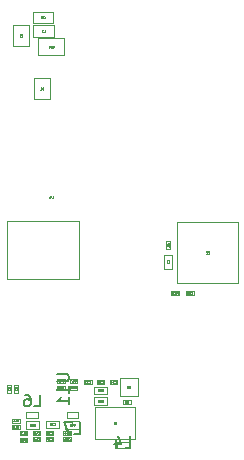
<source format=gbr>
G04 #@! TF.GenerationSoftware,KiCad,Pcbnew,(5.1.5)-3*
G04 #@! TF.CreationDate,2020-06-25T20:31:32-07:00*
G04 #@! TF.ProjectId,Miniscope-v4-Rigid-Flex,4d696e69-7363-46f7-9065-2d76342d5269,rev?*
G04 #@! TF.SameCoordinates,Original*
G04 #@! TF.FileFunction,Other,Fab,Bot*
%FSLAX46Y46*%
G04 Gerber Fmt 4.6, Leading zero omitted, Abs format (unit mm)*
G04 Created by KiCad (PCBNEW (5.1.5)-3) date 2020-06-25 20:31:32*
%MOMM*%
%LPD*%
G04 APERTURE LIST*
%ADD10C,0.120000*%
%ADD11C,0.100000*%
%ADD12C,0.025400*%
%ADD13C,0.150000*%
G04 APERTURE END LIST*
D10*
X114611200Y-117208000D02*
X115251200Y-117208000D01*
X114611200Y-116868000D02*
X114611200Y-117208000D01*
X115251200Y-116868000D02*
X114611200Y-116868000D01*
X115251200Y-117208000D02*
X115251200Y-116868000D01*
X116495800Y-116868000D02*
X115855800Y-116868000D01*
X116495800Y-117208000D02*
X116495800Y-116868000D01*
X115855800Y-117208000D02*
X116495800Y-117208000D01*
X115855800Y-116868000D02*
X115855800Y-117208000D01*
X101767800Y-128239200D02*
X101127800Y-128239200D01*
X101767800Y-128579200D02*
X101767800Y-128239200D01*
X101127800Y-128579200D02*
X101767800Y-128579200D01*
X101127800Y-128239200D02*
X101127800Y-128579200D01*
X102428200Y-128747200D02*
X101788200Y-128747200D01*
X102428200Y-129087200D02*
X102428200Y-128747200D01*
X101788200Y-129087200D02*
X102428200Y-129087200D01*
X101788200Y-128747200D02*
X101788200Y-129087200D01*
X101127800Y-128020400D02*
X101767800Y-128020400D01*
X101127800Y-127680400D02*
X101127800Y-128020400D01*
X101767800Y-127680400D02*
X101127800Y-127680400D01*
X101767800Y-128020400D02*
X101767800Y-127680400D01*
X111161800Y-126139000D02*
X110521800Y-126139000D01*
X111161800Y-126479000D02*
X111161800Y-126139000D01*
X110521800Y-126479000D02*
X111161800Y-126479000D01*
X110521800Y-126139000D02*
X110521800Y-126479000D01*
X107223800Y-124743800D02*
X107863800Y-124743800D01*
X107223800Y-124403800D02*
X107223800Y-124743800D01*
X107863800Y-124403800D02*
X107223800Y-124403800D01*
X107863800Y-124743800D02*
X107863800Y-124403800D01*
X108155200Y-129411600D02*
X111555200Y-129411600D01*
X108155200Y-126711600D02*
X108155200Y-129411600D01*
X111555200Y-126711600D02*
X108155200Y-126711600D01*
X111555200Y-129411600D02*
X111555200Y-126711600D01*
D11*
X106748400Y-127117800D02*
X105748400Y-127117800D01*
X106748400Y-127617800D02*
X106748400Y-127117800D01*
X105748400Y-127617800D02*
X106748400Y-127617800D01*
X105748400Y-127117800D02*
X105748400Y-127617800D01*
X102319400Y-127617800D02*
X103319400Y-127617800D01*
X102319400Y-127117800D02*
X102319400Y-127617800D01*
X103319400Y-127117800D02*
X102319400Y-127117800D01*
X103319400Y-127617800D02*
X103319400Y-127117800D01*
D10*
X110243600Y-125785600D02*
X111803600Y-125785600D01*
X110243600Y-124225600D02*
X110243600Y-125785600D01*
X111803600Y-124225600D02*
X110243600Y-124225600D01*
X111803600Y-125785600D02*
X111803600Y-124225600D01*
X106004600Y-125226400D02*
X106644600Y-125226400D01*
X106004600Y-124886400D02*
X106004600Y-125226400D01*
X106644600Y-124886400D02*
X106004600Y-124886400D01*
X106644600Y-125226400D02*
X106644600Y-124886400D01*
X106111200Y-129280600D02*
X105471200Y-129280600D01*
X106111200Y-129620600D02*
X106111200Y-129280600D01*
X105471200Y-129620600D02*
X106111200Y-129620600D01*
X105471200Y-129280600D02*
X105471200Y-129620600D01*
X105577800Y-124302200D02*
X104937800Y-124302200D01*
X105577800Y-124642200D02*
X105577800Y-124302200D01*
X104937800Y-124642200D02*
X105577800Y-124642200D01*
X104937800Y-124302200D02*
X104937800Y-124642200D01*
D11*
X111015600Y-129640400D02*
X110015600Y-129640400D01*
X111015600Y-130140400D02*
X111015600Y-129640400D01*
X110015600Y-130140400D02*
X111015600Y-130140400D01*
X110015600Y-129640400D02*
X110015600Y-130140400D01*
D10*
X105577800Y-124886400D02*
X104937800Y-124886400D01*
X105577800Y-125226400D02*
X105577800Y-124886400D01*
X104937800Y-125226400D02*
X105577800Y-125226400D01*
X104937800Y-124886400D02*
X104937800Y-125226400D01*
X106004600Y-124642200D02*
X106644600Y-124642200D01*
X106004600Y-124302200D02*
X106004600Y-124642200D01*
X106644600Y-124302200D02*
X106004600Y-124302200D01*
X106644600Y-124642200D02*
X106644600Y-124302200D01*
X101664600Y-124846000D02*
X101324600Y-124846000D01*
X101324600Y-124846000D02*
X101324600Y-125486000D01*
X101324600Y-125486000D02*
X101664600Y-125486000D01*
X101664600Y-125486000D02*
X101664600Y-124846000D01*
X101080400Y-124846000D02*
X100740400Y-124846000D01*
X100740400Y-124846000D02*
X100740400Y-125486000D01*
X100740400Y-125486000D02*
X101080400Y-125486000D01*
X101080400Y-125486000D02*
X101080400Y-124846000D01*
X114542400Y-113310000D02*
X114542400Y-112670000D01*
X114202400Y-113310000D02*
X114542400Y-113310000D01*
X114202400Y-112670000D02*
X114202400Y-113310000D01*
X114542400Y-112670000D02*
X114202400Y-112670000D01*
X114687400Y-114995200D02*
X114687400Y-113835200D01*
X114027400Y-114995200D02*
X114687400Y-114995200D01*
X114027400Y-113835200D02*
X114027400Y-114995200D01*
X114687400Y-113835200D02*
X114027400Y-113835200D01*
X100664400Y-110960800D02*
X100664400Y-115900800D01*
X100664400Y-115900800D02*
X106804400Y-115900800D01*
X106804400Y-115900800D02*
X106804400Y-110960800D01*
X106804400Y-110960800D02*
X100664400Y-110960800D01*
X115104800Y-116207800D02*
X120264800Y-116207800D01*
X120264800Y-116207800D02*
X120264800Y-111047800D01*
X120264800Y-111047800D02*
X115104800Y-111047800D01*
X115104800Y-111047800D02*
X115104800Y-116207800D01*
X102290200Y-128536000D02*
X103450200Y-128536000D01*
X102290200Y-127876000D02*
X102290200Y-128536000D01*
X103450200Y-127876000D02*
X102290200Y-127876000D01*
X103450200Y-128536000D02*
X103450200Y-127876000D01*
X104612600Y-128721800D02*
X103972600Y-128721800D01*
X104612600Y-129061800D02*
X104612600Y-128721800D01*
X103972600Y-129061800D02*
X104612600Y-129061800D01*
X103972600Y-128721800D02*
X103972600Y-129061800D01*
X104612600Y-129280600D02*
X103972600Y-129280600D01*
X104612600Y-129620600D02*
X104612600Y-129280600D01*
X103972600Y-129620600D02*
X104612600Y-129620600D01*
X103972600Y-129280600D02*
X103972600Y-129620600D01*
X102880400Y-129087200D02*
X103520400Y-129087200D01*
X102880400Y-128747200D02*
X102880400Y-129087200D01*
X103520400Y-128747200D02*
X102880400Y-128747200D01*
X103520400Y-129087200D02*
X103520400Y-128747200D01*
X102880400Y-129620600D02*
X103520400Y-129620600D01*
X102880400Y-129280600D02*
X102880400Y-129620600D01*
X103520400Y-129280600D02*
X102880400Y-129280600D01*
X103520400Y-129620600D02*
X103520400Y-129280600D01*
X108030600Y-126504000D02*
X109190600Y-126504000D01*
X108030600Y-125844000D02*
X108030600Y-126504000D01*
X109190600Y-125844000D02*
X108030600Y-125844000D01*
X109190600Y-126504000D02*
X109190600Y-125844000D01*
X108030600Y-125640400D02*
X109190600Y-125640400D01*
X108030600Y-124980400D02*
X108030600Y-125640400D01*
X109190600Y-124980400D02*
X108030600Y-124980400D01*
X109190600Y-125640400D02*
X109190600Y-124980400D01*
X106803000Y-127876000D02*
X105643000Y-127876000D01*
X106803000Y-128536000D02*
X106803000Y-127876000D01*
X105643000Y-128536000D02*
X106803000Y-128536000D01*
X105643000Y-127876000D02*
X105643000Y-128536000D01*
X108316000Y-124743800D02*
X108956000Y-124743800D01*
X108316000Y-124403800D02*
X108316000Y-124743800D01*
X108956000Y-124403800D02*
X108316000Y-124403800D01*
X108956000Y-124743800D02*
X108956000Y-124403800D01*
X105126600Y-127850600D02*
X103966600Y-127850600D01*
X105126600Y-128510600D02*
X105126600Y-127850600D01*
X103966600Y-128510600D02*
X105126600Y-128510600D01*
X103966600Y-127850600D02*
X103966600Y-128510600D01*
X106111200Y-128747200D02*
X105471200Y-128747200D01*
X106111200Y-129087200D02*
X106111200Y-128747200D01*
X105471200Y-129087200D02*
X106111200Y-129087200D01*
X105471200Y-128747200D02*
X105471200Y-129087200D01*
X109382800Y-124743800D02*
X110022800Y-124743800D01*
X109382800Y-124403800D02*
X109382800Y-124743800D01*
X110022800Y-124403800D02*
X109382800Y-124403800D01*
X110022800Y-124743800D02*
X110022800Y-124403800D01*
X101788200Y-129646000D02*
X102428200Y-129646000D01*
X101788200Y-129306000D02*
X101788200Y-129646000D01*
X102428200Y-129306000D02*
X101788200Y-129306000D01*
X102428200Y-129646000D02*
X102428200Y-129306000D01*
X105528200Y-95500600D02*
X103368200Y-95500600D01*
X105528200Y-96900600D02*
X105528200Y-95500600D01*
X103368200Y-96900600D02*
X105528200Y-96900600D01*
X103368200Y-95500600D02*
X103368200Y-96900600D01*
X102880600Y-95354400D02*
X104680600Y-95354400D01*
X102880600Y-94354400D02*
X102880600Y-95354400D01*
X104680600Y-94354400D02*
X102880600Y-94354400D01*
X104680600Y-95354400D02*
X104680600Y-94354400D01*
X104635200Y-93231400D02*
X102875200Y-93231400D01*
X104635200Y-94191400D02*
X104635200Y-93231400D01*
X102875200Y-94191400D02*
X104635200Y-94191400D01*
X102875200Y-93231400D02*
X102875200Y-94191400D01*
X102581000Y-96160800D02*
X102581000Y-94360800D01*
X101221000Y-96160800D02*
X102581000Y-96160800D01*
X101221000Y-94360800D02*
X101221000Y-96160800D01*
X102581000Y-94360800D02*
X101221000Y-94360800D01*
X104340000Y-98860000D02*
X102960000Y-98860000D01*
X104340000Y-100640000D02*
X104340000Y-98860000D01*
X102960000Y-100640000D02*
X104340000Y-100640000D01*
X102960000Y-98860000D02*
X102960000Y-100640000D01*
D12*
X115045500Y-117118433D02*
X115104766Y-117033766D01*
X115147100Y-117118433D02*
X115147100Y-116940633D01*
X115079366Y-116940633D01*
X115062433Y-116949100D01*
X115053966Y-116957566D01*
X115045500Y-116974500D01*
X115045500Y-116999900D01*
X115053966Y-117016833D01*
X115062433Y-117025300D01*
X115079366Y-117033766D01*
X115147100Y-117033766D01*
X114876166Y-117118433D02*
X114977766Y-117118433D01*
X114926966Y-117118433D02*
X114926966Y-116940633D01*
X114943900Y-116966033D01*
X114960833Y-116982966D01*
X114977766Y-116991433D01*
X114816900Y-116940633D02*
X114706833Y-116940633D01*
X114766100Y-117008366D01*
X114740700Y-117008366D01*
X114723766Y-117016833D01*
X114715300Y-117025300D01*
X114706833Y-117042233D01*
X114706833Y-117084566D01*
X114715300Y-117101500D01*
X114723766Y-117109966D01*
X114740700Y-117118433D01*
X114791500Y-117118433D01*
X114808433Y-117109966D01*
X114816900Y-117101500D01*
X116290100Y-117101500D02*
X116298566Y-117109966D01*
X116323966Y-117118433D01*
X116340900Y-117118433D01*
X116366300Y-117109966D01*
X116383233Y-117093033D01*
X116391700Y-117076100D01*
X116400166Y-117042233D01*
X116400166Y-117016833D01*
X116391700Y-116982966D01*
X116383233Y-116966033D01*
X116366300Y-116949100D01*
X116340900Y-116940633D01*
X116323966Y-116940633D01*
X116298566Y-116949100D01*
X116290100Y-116957566D01*
X116129233Y-116940633D02*
X116213900Y-116940633D01*
X116222366Y-117025300D01*
X116213900Y-117016833D01*
X116196966Y-117008366D01*
X116154633Y-117008366D01*
X116137700Y-117016833D01*
X116129233Y-117025300D01*
X116120766Y-117042233D01*
X116120766Y-117084566D01*
X116129233Y-117101500D01*
X116137700Y-117109966D01*
X116154633Y-117118433D01*
X116196966Y-117118433D01*
X116213900Y-117109966D01*
X116222366Y-117101500D01*
X115959900Y-116940633D02*
X116044566Y-116940633D01*
X116053033Y-117025300D01*
X116044566Y-117016833D01*
X116027633Y-117008366D01*
X115985300Y-117008366D01*
X115968366Y-117016833D01*
X115959900Y-117025300D01*
X115951433Y-117042233D01*
X115951433Y-117084566D01*
X115959900Y-117101500D01*
X115968366Y-117109966D01*
X115985300Y-117118433D01*
X116027633Y-117118433D01*
X116044566Y-117109966D01*
X116053033Y-117101500D01*
X101562100Y-128489633D02*
X101621366Y-128404966D01*
X101663700Y-128489633D02*
X101663700Y-128311833D01*
X101595966Y-128311833D01*
X101579033Y-128320300D01*
X101570566Y-128328766D01*
X101562100Y-128345700D01*
X101562100Y-128371100D01*
X101570566Y-128388033D01*
X101579033Y-128396500D01*
X101595966Y-128404966D01*
X101663700Y-128404966D01*
X101392766Y-128489633D02*
X101494366Y-128489633D01*
X101443566Y-128489633D02*
X101443566Y-128311833D01*
X101460500Y-128337233D01*
X101477433Y-128354166D01*
X101494366Y-128362633D01*
X101282700Y-128311833D02*
X101265766Y-128311833D01*
X101248833Y-128320300D01*
X101240366Y-128328766D01*
X101231900Y-128345700D01*
X101223433Y-128379566D01*
X101223433Y-128421900D01*
X101231900Y-128455766D01*
X101240366Y-128472700D01*
X101248833Y-128481166D01*
X101265766Y-128489633D01*
X101282700Y-128489633D01*
X101299633Y-128481166D01*
X101308100Y-128472700D01*
X101316566Y-128455766D01*
X101325033Y-128421900D01*
X101325033Y-128379566D01*
X101316566Y-128345700D01*
X101308100Y-128328766D01*
X101299633Y-128320300D01*
X101282700Y-128311833D01*
X102222500Y-128997633D02*
X102281766Y-128912966D01*
X102324100Y-128997633D02*
X102324100Y-128819833D01*
X102256366Y-128819833D01*
X102239433Y-128828300D01*
X102230966Y-128836766D01*
X102222500Y-128853700D01*
X102222500Y-128879100D01*
X102230966Y-128896033D01*
X102239433Y-128904500D01*
X102256366Y-128912966D01*
X102324100Y-128912966D01*
X102053166Y-128997633D02*
X102154766Y-128997633D01*
X102103966Y-128997633D02*
X102103966Y-128819833D01*
X102120900Y-128845233D01*
X102137833Y-128862166D01*
X102154766Y-128870633D01*
X101985433Y-128836766D02*
X101976966Y-128828300D01*
X101960033Y-128819833D01*
X101917700Y-128819833D01*
X101900766Y-128828300D01*
X101892300Y-128836766D01*
X101883833Y-128853700D01*
X101883833Y-128870633D01*
X101892300Y-128896033D01*
X101993900Y-128997633D01*
X101883833Y-128997633D01*
X101562100Y-127930833D02*
X101621366Y-127846166D01*
X101663700Y-127930833D02*
X101663700Y-127753033D01*
X101595966Y-127753033D01*
X101579033Y-127761500D01*
X101570566Y-127769966D01*
X101562100Y-127786900D01*
X101562100Y-127812300D01*
X101570566Y-127829233D01*
X101579033Y-127837700D01*
X101595966Y-127846166D01*
X101663700Y-127846166D01*
X101392766Y-127930833D02*
X101494366Y-127930833D01*
X101443566Y-127930833D02*
X101443566Y-127753033D01*
X101460500Y-127778433D01*
X101477433Y-127795366D01*
X101494366Y-127803833D01*
X101223433Y-127930833D02*
X101325033Y-127930833D01*
X101274233Y-127930833D02*
X101274233Y-127753033D01*
X101291166Y-127778433D01*
X101308100Y-127795366D01*
X101325033Y-127803833D01*
X110871433Y-126389433D02*
X110930700Y-126304766D01*
X110973033Y-126389433D02*
X110973033Y-126211633D01*
X110905300Y-126211633D01*
X110888366Y-126220100D01*
X110879900Y-126228566D01*
X110871433Y-126245500D01*
X110871433Y-126270900D01*
X110879900Y-126287833D01*
X110888366Y-126296300D01*
X110905300Y-126304766D01*
X110973033Y-126304766D01*
X110769833Y-126287833D02*
X110786766Y-126279366D01*
X110795233Y-126270900D01*
X110803700Y-126253966D01*
X110803700Y-126245500D01*
X110795233Y-126228566D01*
X110786766Y-126220100D01*
X110769833Y-126211633D01*
X110735966Y-126211633D01*
X110719033Y-126220100D01*
X110710566Y-126228566D01*
X110702100Y-126245500D01*
X110702100Y-126253966D01*
X110710566Y-126270900D01*
X110719033Y-126279366D01*
X110735966Y-126287833D01*
X110769833Y-126287833D01*
X110786766Y-126296300D01*
X110795233Y-126304766D01*
X110803700Y-126321700D01*
X110803700Y-126355566D01*
X110795233Y-126372500D01*
X110786766Y-126380966D01*
X110769833Y-126389433D01*
X110735966Y-126389433D01*
X110719033Y-126380966D01*
X110710566Y-126372500D01*
X110702100Y-126355566D01*
X110702100Y-126321700D01*
X110710566Y-126304766D01*
X110719033Y-126296300D01*
X110735966Y-126287833D01*
X107658100Y-124637300D02*
X107666566Y-124645766D01*
X107691966Y-124654233D01*
X107708900Y-124654233D01*
X107734300Y-124645766D01*
X107751233Y-124628833D01*
X107759700Y-124611900D01*
X107768166Y-124578033D01*
X107768166Y-124552633D01*
X107759700Y-124518766D01*
X107751233Y-124501833D01*
X107734300Y-124484900D01*
X107708900Y-124476433D01*
X107691966Y-124476433D01*
X107666566Y-124484900D01*
X107658100Y-124493366D01*
X107598833Y-124476433D02*
X107488766Y-124476433D01*
X107548033Y-124544166D01*
X107522633Y-124544166D01*
X107505700Y-124552633D01*
X107497233Y-124561100D01*
X107488766Y-124578033D01*
X107488766Y-124620366D01*
X107497233Y-124637300D01*
X107505700Y-124645766D01*
X107522633Y-124654233D01*
X107573433Y-124654233D01*
X107590366Y-124645766D01*
X107598833Y-124637300D01*
X107429500Y-124476433D02*
X107319433Y-124476433D01*
X107378700Y-124544166D01*
X107353300Y-124544166D01*
X107336366Y-124552633D01*
X107327900Y-124561100D01*
X107319433Y-124578033D01*
X107319433Y-124620366D01*
X107327900Y-124637300D01*
X107336366Y-124645766D01*
X107353300Y-124654233D01*
X107404100Y-124654233D01*
X107421033Y-124645766D01*
X107429500Y-124637300D01*
X109884833Y-128142033D02*
X109969500Y-128142033D01*
X109969500Y-127964233D01*
X109740900Y-127964233D02*
X109825566Y-127964233D01*
X109834033Y-128048900D01*
X109825566Y-128040433D01*
X109808633Y-128031966D01*
X109766300Y-128031966D01*
X109749366Y-128040433D01*
X109740900Y-128048900D01*
X109732433Y-128065833D01*
X109732433Y-128108166D01*
X109740900Y-128125100D01*
X109749366Y-128133566D01*
X109766300Y-128142033D01*
X109808633Y-128142033D01*
X109825566Y-128133566D01*
X109834033Y-128125100D01*
D13*
X106415066Y-128990180D02*
X106891257Y-128990180D01*
X106891257Y-127990180D01*
X106176971Y-127990180D02*
X105510304Y-127990180D01*
X105938876Y-128990180D01*
X102986066Y-126650180D02*
X103462257Y-126650180D01*
X103462257Y-125650180D01*
X102224161Y-125650180D02*
X102414638Y-125650180D01*
X102509876Y-125697800D01*
X102557495Y-125745419D01*
X102652733Y-125888276D01*
X102700352Y-126078752D01*
X102700352Y-126459704D01*
X102652733Y-126554942D01*
X102605114Y-126602561D01*
X102509876Y-126650180D01*
X102319400Y-126650180D01*
X102224161Y-126602561D01*
X102176542Y-126554942D01*
X102128923Y-126459704D01*
X102128923Y-126221609D01*
X102176542Y-126126371D01*
X102224161Y-126078752D01*
X102319400Y-126031133D01*
X102509876Y-126031133D01*
X102605114Y-126078752D01*
X102652733Y-126126371D01*
X102700352Y-126221609D01*
D12*
X111159066Y-124908233D02*
X111159066Y-125052166D01*
X111150600Y-125069100D01*
X111142133Y-125077566D01*
X111125200Y-125086033D01*
X111091333Y-125086033D01*
X111074400Y-125077566D01*
X111065933Y-125069100D01*
X111057466Y-125052166D01*
X111057466Y-124908233D01*
X110947400Y-124984433D02*
X110964333Y-124975966D01*
X110972800Y-124967500D01*
X110981266Y-124950566D01*
X110981266Y-124942100D01*
X110972800Y-124925166D01*
X110964333Y-124916700D01*
X110947400Y-124908233D01*
X110913533Y-124908233D01*
X110896600Y-124916700D01*
X110888133Y-124925166D01*
X110879666Y-124942100D01*
X110879666Y-124950566D01*
X110888133Y-124967500D01*
X110896600Y-124975966D01*
X110913533Y-124984433D01*
X110947400Y-124984433D01*
X110964333Y-124992900D01*
X110972800Y-125001366D01*
X110981266Y-125018300D01*
X110981266Y-125052166D01*
X110972800Y-125069100D01*
X110964333Y-125077566D01*
X110947400Y-125086033D01*
X110913533Y-125086033D01*
X110896600Y-125077566D01*
X110888133Y-125069100D01*
X110879666Y-125052166D01*
X110879666Y-125018300D01*
X110888133Y-125001366D01*
X110896600Y-124992900D01*
X110913533Y-124984433D01*
X106438900Y-125119900D02*
X106447366Y-125128366D01*
X106472766Y-125136833D01*
X106489700Y-125136833D01*
X106515100Y-125128366D01*
X106532033Y-125111433D01*
X106540500Y-125094500D01*
X106548966Y-125060633D01*
X106548966Y-125035233D01*
X106540500Y-125001366D01*
X106532033Y-124984433D01*
X106515100Y-124967500D01*
X106489700Y-124959033D01*
X106472766Y-124959033D01*
X106447366Y-124967500D01*
X106438900Y-124975966D01*
X106286500Y-125018300D02*
X106286500Y-125136833D01*
X106328833Y-124950566D02*
X106371166Y-125077566D01*
X106261100Y-125077566D01*
X106117166Y-124959033D02*
X106151033Y-124959033D01*
X106167966Y-124967500D01*
X106176433Y-124975966D01*
X106193366Y-125001366D01*
X106201833Y-125035233D01*
X106201833Y-125102966D01*
X106193366Y-125119900D01*
X106184900Y-125128366D01*
X106167966Y-125136833D01*
X106134100Y-125136833D01*
X106117166Y-125128366D01*
X106108700Y-125119900D01*
X106100233Y-125102966D01*
X106100233Y-125060633D01*
X106108700Y-125043700D01*
X106117166Y-125035233D01*
X106134100Y-125026766D01*
X106167966Y-125026766D01*
X106184900Y-125035233D01*
X106193366Y-125043700D01*
X106201833Y-125060633D01*
X105905500Y-129514100D02*
X105913966Y-129522566D01*
X105939366Y-129531033D01*
X105956300Y-129531033D01*
X105981700Y-129522566D01*
X105998633Y-129505633D01*
X106007100Y-129488700D01*
X106015566Y-129454833D01*
X106015566Y-129429433D01*
X106007100Y-129395566D01*
X105998633Y-129378633D01*
X105981700Y-129361700D01*
X105956300Y-129353233D01*
X105939366Y-129353233D01*
X105913966Y-129361700D01*
X105905500Y-129370166D01*
X105753100Y-129412500D02*
X105753100Y-129531033D01*
X105795433Y-129344766D02*
X105837766Y-129471766D01*
X105727700Y-129471766D01*
X105575300Y-129353233D02*
X105659966Y-129353233D01*
X105668433Y-129437900D01*
X105659966Y-129429433D01*
X105643033Y-129420966D01*
X105600700Y-129420966D01*
X105583766Y-129429433D01*
X105575300Y-129437900D01*
X105566833Y-129454833D01*
X105566833Y-129497166D01*
X105575300Y-129514100D01*
X105583766Y-129522566D01*
X105600700Y-129531033D01*
X105643033Y-129531033D01*
X105659966Y-129522566D01*
X105668433Y-129514100D01*
X105372100Y-124535700D02*
X105380566Y-124544166D01*
X105405966Y-124552633D01*
X105422900Y-124552633D01*
X105448300Y-124544166D01*
X105465233Y-124527233D01*
X105473700Y-124510300D01*
X105482166Y-124476433D01*
X105482166Y-124451033D01*
X105473700Y-124417166D01*
X105465233Y-124400233D01*
X105448300Y-124383300D01*
X105422900Y-124374833D01*
X105405966Y-124374833D01*
X105380566Y-124383300D01*
X105372100Y-124391766D01*
X105219700Y-124434100D02*
X105219700Y-124552633D01*
X105262033Y-124366366D02*
X105304366Y-124493366D01*
X105194300Y-124493366D01*
X105101166Y-124451033D02*
X105118100Y-124442566D01*
X105126566Y-124434100D01*
X105135033Y-124417166D01*
X105135033Y-124408700D01*
X105126566Y-124391766D01*
X105118100Y-124383300D01*
X105101166Y-124374833D01*
X105067300Y-124374833D01*
X105050366Y-124383300D01*
X105041900Y-124391766D01*
X105033433Y-124408700D01*
X105033433Y-124417166D01*
X105041900Y-124434100D01*
X105050366Y-124442566D01*
X105067300Y-124451033D01*
X105101166Y-124451033D01*
X105118100Y-124459500D01*
X105126566Y-124467966D01*
X105135033Y-124484900D01*
X105135033Y-124518766D01*
X105126566Y-124535700D01*
X105118100Y-124544166D01*
X105101166Y-124552633D01*
X105067300Y-124552633D01*
X105050366Y-124544166D01*
X105041900Y-124535700D01*
X105033433Y-124518766D01*
X105033433Y-124484900D01*
X105041900Y-124467966D01*
X105050366Y-124459500D01*
X105067300Y-124451033D01*
D13*
X110652866Y-130190380D02*
X111129057Y-130190380D01*
X111129057Y-129190380D01*
X109890961Y-129523714D02*
X109890961Y-130190380D01*
X110129057Y-129142761D02*
X110367152Y-129857047D01*
X109748104Y-129857047D01*
D12*
X105372100Y-125119900D02*
X105380566Y-125128366D01*
X105405966Y-125136833D01*
X105422900Y-125136833D01*
X105448300Y-125128366D01*
X105465233Y-125111433D01*
X105473700Y-125094500D01*
X105482166Y-125060633D01*
X105482166Y-125035233D01*
X105473700Y-125001366D01*
X105465233Y-124984433D01*
X105448300Y-124967500D01*
X105422900Y-124959033D01*
X105405966Y-124959033D01*
X105380566Y-124967500D01*
X105372100Y-124975966D01*
X105219700Y-125018300D02*
X105219700Y-125136833D01*
X105262033Y-124950566D02*
X105304366Y-125077566D01*
X105194300Y-125077566D01*
X105118100Y-125136833D02*
X105084233Y-125136833D01*
X105067300Y-125128366D01*
X105058833Y-125119900D01*
X105041900Y-125094500D01*
X105033433Y-125060633D01*
X105033433Y-124992900D01*
X105041900Y-124975966D01*
X105050366Y-124967500D01*
X105067300Y-124959033D01*
X105101166Y-124959033D01*
X105118100Y-124967500D01*
X105126566Y-124975966D01*
X105135033Y-124992900D01*
X105135033Y-125035233D01*
X105126566Y-125052166D01*
X105118100Y-125060633D01*
X105101166Y-125069100D01*
X105067300Y-125069100D01*
X105050366Y-125060633D01*
X105041900Y-125052166D01*
X105033433Y-125035233D01*
X106438900Y-124535700D02*
X106447366Y-124544166D01*
X106472766Y-124552633D01*
X106489700Y-124552633D01*
X106515100Y-124544166D01*
X106532033Y-124527233D01*
X106540500Y-124510300D01*
X106548966Y-124476433D01*
X106548966Y-124451033D01*
X106540500Y-124417166D01*
X106532033Y-124400233D01*
X106515100Y-124383300D01*
X106489700Y-124374833D01*
X106472766Y-124374833D01*
X106447366Y-124383300D01*
X106438900Y-124391766D01*
X106286500Y-124434100D02*
X106286500Y-124552633D01*
X106328833Y-124366366D02*
X106371166Y-124493366D01*
X106261100Y-124493366D01*
X106210300Y-124374833D02*
X106091766Y-124374833D01*
X106167966Y-124552633D01*
X101575033Y-125136366D02*
X101490366Y-125077100D01*
X101575033Y-125034766D02*
X101397233Y-125034766D01*
X101397233Y-125102500D01*
X101405700Y-125119433D01*
X101414166Y-125127900D01*
X101431100Y-125136366D01*
X101456500Y-125136366D01*
X101473433Y-125127900D01*
X101481900Y-125119433D01*
X101490366Y-125102500D01*
X101490366Y-125034766D01*
X101397233Y-125195633D02*
X101397233Y-125305700D01*
X101464966Y-125246433D01*
X101464966Y-125271833D01*
X101473433Y-125288766D01*
X101481900Y-125297233D01*
X101498833Y-125305700D01*
X101541166Y-125305700D01*
X101558100Y-125297233D01*
X101566566Y-125288766D01*
X101575033Y-125271833D01*
X101575033Y-125221033D01*
X101566566Y-125204100D01*
X101558100Y-125195633D01*
D13*
X104953180Y-123942904D02*
X105762704Y-123942904D01*
X105857942Y-123990523D01*
X105905561Y-124038142D01*
X105953180Y-124133380D01*
X105953180Y-124323857D01*
X105905561Y-124419095D01*
X105857942Y-124466714D01*
X105762704Y-124514333D01*
X104953180Y-124514333D01*
X105953180Y-125514333D02*
X105953180Y-124942904D01*
X105953180Y-125228619D02*
X104953180Y-125228619D01*
X105096038Y-125133380D01*
X105191276Y-125038142D01*
X105238895Y-124942904D01*
X105953180Y-126466714D02*
X105953180Y-125895285D01*
X105953180Y-126181000D02*
X104953180Y-126181000D01*
X105096038Y-126085761D01*
X105191276Y-125990523D01*
X105238895Y-125895285D01*
D12*
X100990833Y-125136366D02*
X100906166Y-125077100D01*
X100990833Y-125034766D02*
X100813033Y-125034766D01*
X100813033Y-125102500D01*
X100821500Y-125119433D01*
X100829966Y-125127900D01*
X100846900Y-125136366D01*
X100872300Y-125136366D01*
X100889233Y-125127900D01*
X100897700Y-125119433D01*
X100906166Y-125102500D01*
X100906166Y-125034766D01*
X100829966Y-125204100D02*
X100821500Y-125212566D01*
X100813033Y-125229500D01*
X100813033Y-125271833D01*
X100821500Y-125288766D01*
X100829966Y-125297233D01*
X100846900Y-125305700D01*
X100863833Y-125305700D01*
X100889233Y-125297233D01*
X100990833Y-125195633D01*
X100990833Y-125305700D01*
X114435900Y-112960366D02*
X114444366Y-112951900D01*
X114452833Y-112926500D01*
X114452833Y-112909566D01*
X114444366Y-112884166D01*
X114427433Y-112867233D01*
X114410500Y-112858766D01*
X114376633Y-112850300D01*
X114351233Y-112850300D01*
X114317366Y-112858766D01*
X114300433Y-112867233D01*
X114283500Y-112884166D01*
X114275033Y-112909566D01*
X114275033Y-112926500D01*
X114283500Y-112951900D01*
X114291966Y-112960366D01*
X114452833Y-113129700D02*
X114452833Y-113028100D01*
X114452833Y-113078900D02*
X114275033Y-113078900D01*
X114300433Y-113061966D01*
X114317366Y-113045033D01*
X114325833Y-113028100D01*
X114420900Y-114385566D02*
X114429366Y-114377100D01*
X114437833Y-114351700D01*
X114437833Y-114334766D01*
X114429366Y-114309366D01*
X114412433Y-114292433D01*
X114395500Y-114283966D01*
X114361633Y-114275500D01*
X114336233Y-114275500D01*
X114302366Y-114283966D01*
X114285433Y-114292433D01*
X114268500Y-114309366D01*
X114260033Y-114334766D01*
X114260033Y-114351700D01*
X114268500Y-114377100D01*
X114276966Y-114385566D01*
X114276966Y-114453300D02*
X114268500Y-114461766D01*
X114260033Y-114478700D01*
X114260033Y-114521033D01*
X114268500Y-114537966D01*
X114276966Y-114546433D01*
X114293900Y-114554900D01*
X114310833Y-114554900D01*
X114336233Y-114546433D01*
X114437833Y-114444833D01*
X114437833Y-114554900D01*
X104569866Y-108808433D02*
X104569866Y-108952366D01*
X104561400Y-108969300D01*
X104552933Y-108977766D01*
X104536000Y-108986233D01*
X104502133Y-108986233D01*
X104485200Y-108977766D01*
X104476733Y-108969300D01*
X104468266Y-108952366D01*
X104468266Y-108808433D01*
X104307400Y-108808433D02*
X104341266Y-108808433D01*
X104358200Y-108816900D01*
X104366666Y-108825366D01*
X104383600Y-108850766D01*
X104392066Y-108884633D01*
X104392066Y-108952366D01*
X104383600Y-108969300D01*
X104375133Y-108977766D01*
X104358200Y-108986233D01*
X104324333Y-108986233D01*
X104307400Y-108977766D01*
X104298933Y-108969300D01*
X104290466Y-108952366D01*
X104290466Y-108910033D01*
X104298933Y-108893100D01*
X104307400Y-108884633D01*
X104324333Y-108876166D01*
X104358200Y-108876166D01*
X104375133Y-108884633D01*
X104383600Y-108893100D01*
X104392066Y-108910033D01*
X117587433Y-113492333D02*
X117731366Y-113492333D01*
X117748300Y-113500800D01*
X117756766Y-113509266D01*
X117765233Y-113526200D01*
X117765233Y-113560066D01*
X117756766Y-113577000D01*
X117748300Y-113585466D01*
X117731366Y-113593933D01*
X117587433Y-113593933D01*
X117765233Y-113771733D02*
X117765233Y-113670133D01*
X117765233Y-113720933D02*
X117587433Y-113720933D01*
X117612833Y-113704000D01*
X117629766Y-113687066D01*
X117638233Y-113670133D01*
X102984500Y-128269500D02*
X102992966Y-128277966D01*
X103018366Y-128286433D01*
X103035300Y-128286433D01*
X103060700Y-128277966D01*
X103077633Y-128261033D01*
X103086100Y-128244100D01*
X103094566Y-128210233D01*
X103094566Y-128184833D01*
X103086100Y-128150966D01*
X103077633Y-128134033D01*
X103060700Y-128117100D01*
X103035300Y-128108633D01*
X103018366Y-128108633D01*
X102992966Y-128117100D01*
X102984500Y-128125566D01*
X102925233Y-128108633D02*
X102815166Y-128108633D01*
X102874433Y-128176366D01*
X102849033Y-128176366D01*
X102832100Y-128184833D01*
X102823633Y-128193300D01*
X102815166Y-128210233D01*
X102815166Y-128252566D01*
X102823633Y-128269500D01*
X102832100Y-128277966D01*
X102849033Y-128286433D01*
X102899833Y-128286433D01*
X102916766Y-128277966D01*
X102925233Y-128269500D01*
X102730500Y-128286433D02*
X102696633Y-128286433D01*
X102679700Y-128277966D01*
X102671233Y-128269500D01*
X102654300Y-128244100D01*
X102645833Y-128210233D01*
X102645833Y-128142500D01*
X102654300Y-128125566D01*
X102662766Y-128117100D01*
X102679700Y-128108633D01*
X102713566Y-128108633D01*
X102730500Y-128117100D01*
X102738966Y-128125566D01*
X102747433Y-128142500D01*
X102747433Y-128184833D01*
X102738966Y-128201766D01*
X102730500Y-128210233D01*
X102713566Y-128218700D01*
X102679700Y-128218700D01*
X102662766Y-128210233D01*
X102654300Y-128201766D01*
X102645833Y-128184833D01*
X104406900Y-128955300D02*
X104415366Y-128963766D01*
X104440766Y-128972233D01*
X104457700Y-128972233D01*
X104483100Y-128963766D01*
X104500033Y-128946833D01*
X104508500Y-128929900D01*
X104516966Y-128896033D01*
X104516966Y-128870633D01*
X104508500Y-128836766D01*
X104500033Y-128819833D01*
X104483100Y-128802900D01*
X104457700Y-128794433D01*
X104440766Y-128794433D01*
X104415366Y-128802900D01*
X104406900Y-128811366D01*
X104347633Y-128794433D02*
X104237566Y-128794433D01*
X104296833Y-128862166D01*
X104271433Y-128862166D01*
X104254500Y-128870633D01*
X104246033Y-128879100D01*
X104237566Y-128896033D01*
X104237566Y-128938366D01*
X104246033Y-128955300D01*
X104254500Y-128963766D01*
X104271433Y-128972233D01*
X104322233Y-128972233D01*
X104339166Y-128963766D01*
X104347633Y-128955300D01*
X104135966Y-128870633D02*
X104152900Y-128862166D01*
X104161366Y-128853700D01*
X104169833Y-128836766D01*
X104169833Y-128828300D01*
X104161366Y-128811366D01*
X104152900Y-128802900D01*
X104135966Y-128794433D01*
X104102100Y-128794433D01*
X104085166Y-128802900D01*
X104076700Y-128811366D01*
X104068233Y-128828300D01*
X104068233Y-128836766D01*
X104076700Y-128853700D01*
X104085166Y-128862166D01*
X104102100Y-128870633D01*
X104135966Y-128870633D01*
X104152900Y-128879100D01*
X104161366Y-128887566D01*
X104169833Y-128904500D01*
X104169833Y-128938366D01*
X104161366Y-128955300D01*
X104152900Y-128963766D01*
X104135966Y-128972233D01*
X104102100Y-128972233D01*
X104085166Y-128963766D01*
X104076700Y-128955300D01*
X104068233Y-128938366D01*
X104068233Y-128904500D01*
X104076700Y-128887566D01*
X104085166Y-128879100D01*
X104102100Y-128870633D01*
X104406900Y-129514100D02*
X104415366Y-129522566D01*
X104440766Y-129531033D01*
X104457700Y-129531033D01*
X104483100Y-129522566D01*
X104500033Y-129505633D01*
X104508500Y-129488700D01*
X104516966Y-129454833D01*
X104516966Y-129429433D01*
X104508500Y-129395566D01*
X104500033Y-129378633D01*
X104483100Y-129361700D01*
X104457700Y-129353233D01*
X104440766Y-129353233D01*
X104415366Y-129361700D01*
X104406900Y-129370166D01*
X104347633Y-129353233D02*
X104237566Y-129353233D01*
X104296833Y-129420966D01*
X104271433Y-129420966D01*
X104254500Y-129429433D01*
X104246033Y-129437900D01*
X104237566Y-129454833D01*
X104237566Y-129497166D01*
X104246033Y-129514100D01*
X104254500Y-129522566D01*
X104271433Y-129531033D01*
X104322233Y-129531033D01*
X104339166Y-129522566D01*
X104347633Y-129514100D01*
X104178300Y-129353233D02*
X104059766Y-129353233D01*
X104135966Y-129531033D01*
X103314700Y-128980700D02*
X103323166Y-128989166D01*
X103348566Y-128997633D01*
X103365500Y-128997633D01*
X103390900Y-128989166D01*
X103407833Y-128972233D01*
X103416300Y-128955300D01*
X103424766Y-128921433D01*
X103424766Y-128896033D01*
X103416300Y-128862166D01*
X103407833Y-128845233D01*
X103390900Y-128828300D01*
X103365500Y-128819833D01*
X103348566Y-128819833D01*
X103323166Y-128828300D01*
X103314700Y-128836766D01*
X103162300Y-128879100D02*
X103162300Y-128997633D01*
X103204633Y-128811366D02*
X103246966Y-128938366D01*
X103136900Y-128938366D01*
X103035300Y-128819833D02*
X103018366Y-128819833D01*
X103001433Y-128828300D01*
X102992966Y-128836766D01*
X102984500Y-128853700D01*
X102976033Y-128887566D01*
X102976033Y-128929900D01*
X102984500Y-128963766D01*
X102992966Y-128980700D01*
X103001433Y-128989166D01*
X103018366Y-128997633D01*
X103035300Y-128997633D01*
X103052233Y-128989166D01*
X103060700Y-128980700D01*
X103069166Y-128963766D01*
X103077633Y-128929900D01*
X103077633Y-128887566D01*
X103069166Y-128853700D01*
X103060700Y-128836766D01*
X103052233Y-128828300D01*
X103035300Y-128819833D01*
X103314700Y-129514100D02*
X103323166Y-129522566D01*
X103348566Y-129531033D01*
X103365500Y-129531033D01*
X103390900Y-129522566D01*
X103407833Y-129505633D01*
X103416300Y-129488700D01*
X103424766Y-129454833D01*
X103424766Y-129429433D01*
X103416300Y-129395566D01*
X103407833Y-129378633D01*
X103390900Y-129361700D01*
X103365500Y-129353233D01*
X103348566Y-129353233D01*
X103323166Y-129361700D01*
X103314700Y-129370166D01*
X103162300Y-129412500D02*
X103162300Y-129531033D01*
X103204633Y-129344766D02*
X103246966Y-129471766D01*
X103136900Y-129471766D01*
X102976033Y-129531033D02*
X103077633Y-129531033D01*
X103026833Y-129531033D02*
X103026833Y-129353233D01*
X103043766Y-129378633D01*
X103060700Y-129395566D01*
X103077633Y-129404033D01*
X108724900Y-126237500D02*
X108733366Y-126245966D01*
X108758766Y-126254433D01*
X108775700Y-126254433D01*
X108801100Y-126245966D01*
X108818033Y-126229033D01*
X108826500Y-126212100D01*
X108834966Y-126178233D01*
X108834966Y-126152833D01*
X108826500Y-126118966D01*
X108818033Y-126102033D01*
X108801100Y-126085100D01*
X108775700Y-126076633D01*
X108758766Y-126076633D01*
X108733366Y-126085100D01*
X108724900Y-126093566D01*
X108665633Y-126076633D02*
X108555566Y-126076633D01*
X108614833Y-126144366D01*
X108589433Y-126144366D01*
X108572500Y-126152833D01*
X108564033Y-126161300D01*
X108555566Y-126178233D01*
X108555566Y-126220566D01*
X108564033Y-126237500D01*
X108572500Y-126245966D01*
X108589433Y-126254433D01*
X108640233Y-126254433D01*
X108657166Y-126245966D01*
X108665633Y-126237500D01*
X108445500Y-126076633D02*
X108428566Y-126076633D01*
X108411633Y-126085100D01*
X108403166Y-126093566D01*
X108394700Y-126110500D01*
X108386233Y-126144366D01*
X108386233Y-126186700D01*
X108394700Y-126220566D01*
X108403166Y-126237500D01*
X108411633Y-126245966D01*
X108428566Y-126254433D01*
X108445500Y-126254433D01*
X108462433Y-126245966D01*
X108470900Y-126237500D01*
X108479366Y-126220566D01*
X108487833Y-126186700D01*
X108487833Y-126144366D01*
X108479366Y-126110500D01*
X108470900Y-126093566D01*
X108462433Y-126085100D01*
X108445500Y-126076633D01*
X108724900Y-125373900D02*
X108733366Y-125382366D01*
X108758766Y-125390833D01*
X108775700Y-125390833D01*
X108801100Y-125382366D01*
X108818033Y-125365433D01*
X108826500Y-125348500D01*
X108834966Y-125314633D01*
X108834966Y-125289233D01*
X108826500Y-125255366D01*
X108818033Y-125238433D01*
X108801100Y-125221500D01*
X108775700Y-125213033D01*
X108758766Y-125213033D01*
X108733366Y-125221500D01*
X108724900Y-125229966D01*
X108657166Y-125229966D02*
X108648700Y-125221500D01*
X108631766Y-125213033D01*
X108589433Y-125213033D01*
X108572500Y-125221500D01*
X108564033Y-125229966D01*
X108555566Y-125246900D01*
X108555566Y-125263833D01*
X108564033Y-125289233D01*
X108665633Y-125390833D01*
X108555566Y-125390833D01*
X108470900Y-125390833D02*
X108437033Y-125390833D01*
X108420100Y-125382366D01*
X108411633Y-125373900D01*
X108394700Y-125348500D01*
X108386233Y-125314633D01*
X108386233Y-125246900D01*
X108394700Y-125229966D01*
X108403166Y-125221500D01*
X108420100Y-125213033D01*
X108453966Y-125213033D01*
X108470900Y-125221500D01*
X108479366Y-125229966D01*
X108487833Y-125246900D01*
X108487833Y-125289233D01*
X108479366Y-125306166D01*
X108470900Y-125314633D01*
X108453966Y-125323100D01*
X108420100Y-125323100D01*
X108403166Y-125314633D01*
X108394700Y-125306166D01*
X108386233Y-125289233D01*
X106337300Y-128269500D02*
X106345766Y-128277966D01*
X106371166Y-128286433D01*
X106388100Y-128286433D01*
X106413500Y-128277966D01*
X106430433Y-128261033D01*
X106438900Y-128244100D01*
X106447366Y-128210233D01*
X106447366Y-128184833D01*
X106438900Y-128150966D01*
X106430433Y-128134033D01*
X106413500Y-128117100D01*
X106388100Y-128108633D01*
X106371166Y-128108633D01*
X106345766Y-128117100D01*
X106337300Y-128125566D01*
X106184900Y-128167900D02*
X106184900Y-128286433D01*
X106227233Y-128100166D02*
X106269566Y-128227166D01*
X106159500Y-128227166D01*
X106108700Y-128108633D02*
X105998633Y-128108633D01*
X106057900Y-128176366D01*
X106032500Y-128176366D01*
X106015566Y-128184833D01*
X106007100Y-128193300D01*
X105998633Y-128210233D01*
X105998633Y-128252566D01*
X106007100Y-128269500D01*
X106015566Y-128277966D01*
X106032500Y-128286433D01*
X106083300Y-128286433D01*
X106100233Y-128277966D01*
X106108700Y-128269500D01*
X108750300Y-124637300D02*
X108758766Y-124645766D01*
X108784166Y-124654233D01*
X108801100Y-124654233D01*
X108826500Y-124645766D01*
X108843433Y-124628833D01*
X108851900Y-124611900D01*
X108860366Y-124578033D01*
X108860366Y-124552633D01*
X108851900Y-124518766D01*
X108843433Y-124501833D01*
X108826500Y-124484900D01*
X108801100Y-124476433D01*
X108784166Y-124476433D01*
X108758766Y-124484900D01*
X108750300Y-124493366D01*
X108691033Y-124476433D02*
X108580966Y-124476433D01*
X108640233Y-124544166D01*
X108614833Y-124544166D01*
X108597900Y-124552633D01*
X108589433Y-124561100D01*
X108580966Y-124578033D01*
X108580966Y-124620366D01*
X108589433Y-124637300D01*
X108597900Y-124645766D01*
X108614833Y-124654233D01*
X108665633Y-124654233D01*
X108682566Y-124645766D01*
X108691033Y-124637300D01*
X108420100Y-124476433D02*
X108504766Y-124476433D01*
X108513233Y-124561100D01*
X108504766Y-124552633D01*
X108487833Y-124544166D01*
X108445500Y-124544166D01*
X108428566Y-124552633D01*
X108420100Y-124561100D01*
X108411633Y-124578033D01*
X108411633Y-124620366D01*
X108420100Y-124637300D01*
X108428566Y-124645766D01*
X108445500Y-124654233D01*
X108487833Y-124654233D01*
X108504766Y-124645766D01*
X108513233Y-124637300D01*
X104660900Y-128244100D02*
X104669366Y-128252566D01*
X104694766Y-128261033D01*
X104711700Y-128261033D01*
X104737100Y-128252566D01*
X104754033Y-128235633D01*
X104762500Y-128218700D01*
X104770966Y-128184833D01*
X104770966Y-128159433D01*
X104762500Y-128125566D01*
X104754033Y-128108633D01*
X104737100Y-128091700D01*
X104711700Y-128083233D01*
X104694766Y-128083233D01*
X104669366Y-128091700D01*
X104660900Y-128100166D01*
X104601633Y-128083233D02*
X104491566Y-128083233D01*
X104550833Y-128150966D01*
X104525433Y-128150966D01*
X104508500Y-128159433D01*
X104500033Y-128167900D01*
X104491566Y-128184833D01*
X104491566Y-128227166D01*
X104500033Y-128244100D01*
X104508500Y-128252566D01*
X104525433Y-128261033D01*
X104576233Y-128261033D01*
X104593166Y-128252566D01*
X104601633Y-128244100D01*
X104339166Y-128083233D02*
X104373033Y-128083233D01*
X104389966Y-128091700D01*
X104398433Y-128100166D01*
X104415366Y-128125566D01*
X104423833Y-128159433D01*
X104423833Y-128227166D01*
X104415366Y-128244100D01*
X104406900Y-128252566D01*
X104389966Y-128261033D01*
X104356100Y-128261033D01*
X104339166Y-128252566D01*
X104330700Y-128244100D01*
X104322233Y-128227166D01*
X104322233Y-128184833D01*
X104330700Y-128167900D01*
X104339166Y-128159433D01*
X104356100Y-128150966D01*
X104389966Y-128150966D01*
X104406900Y-128159433D01*
X104415366Y-128167900D01*
X104423833Y-128184833D01*
X105905500Y-128980700D02*
X105913966Y-128989166D01*
X105939366Y-128997633D01*
X105956300Y-128997633D01*
X105981700Y-128989166D01*
X105998633Y-128972233D01*
X106007100Y-128955300D01*
X106015566Y-128921433D01*
X106015566Y-128896033D01*
X106007100Y-128862166D01*
X105998633Y-128845233D01*
X105981700Y-128828300D01*
X105956300Y-128819833D01*
X105939366Y-128819833D01*
X105913966Y-128828300D01*
X105905500Y-128836766D01*
X105753100Y-128879100D02*
X105753100Y-128997633D01*
X105795433Y-128811366D02*
X105837766Y-128938366D01*
X105727700Y-128938366D01*
X105583766Y-128879100D02*
X105583766Y-128997633D01*
X105626100Y-128811366D02*
X105668433Y-128938366D01*
X105558366Y-128938366D01*
X109817100Y-124637300D02*
X109825566Y-124645766D01*
X109850966Y-124654233D01*
X109867900Y-124654233D01*
X109893300Y-124645766D01*
X109910233Y-124628833D01*
X109918700Y-124611900D01*
X109927166Y-124578033D01*
X109927166Y-124552633D01*
X109918700Y-124518766D01*
X109910233Y-124501833D01*
X109893300Y-124484900D01*
X109867900Y-124476433D01*
X109850966Y-124476433D01*
X109825566Y-124484900D01*
X109817100Y-124493366D01*
X109757833Y-124476433D02*
X109647766Y-124476433D01*
X109707033Y-124544166D01*
X109681633Y-124544166D01*
X109664700Y-124552633D01*
X109656233Y-124561100D01*
X109647766Y-124578033D01*
X109647766Y-124620366D01*
X109656233Y-124637300D01*
X109664700Y-124645766D01*
X109681633Y-124654233D01*
X109732433Y-124654233D01*
X109749366Y-124645766D01*
X109757833Y-124637300D01*
X109495366Y-124535700D02*
X109495366Y-124654233D01*
X109537700Y-124467966D02*
X109580033Y-124594966D01*
X109469966Y-124594966D01*
X102222500Y-129539500D02*
X102230966Y-129547966D01*
X102256366Y-129556433D01*
X102273300Y-129556433D01*
X102298700Y-129547966D01*
X102315633Y-129531033D01*
X102324100Y-129514100D01*
X102332566Y-129480233D01*
X102332566Y-129454833D01*
X102324100Y-129420966D01*
X102315633Y-129404033D01*
X102298700Y-129387100D01*
X102273300Y-129378633D01*
X102256366Y-129378633D01*
X102230966Y-129387100D01*
X102222500Y-129395566D01*
X102070100Y-129437900D02*
X102070100Y-129556433D01*
X102112433Y-129370166D02*
X102154766Y-129497166D01*
X102044700Y-129497166D01*
X101985433Y-129395566D02*
X101976966Y-129387100D01*
X101960033Y-129378633D01*
X101917700Y-129378633D01*
X101900766Y-129387100D01*
X101892300Y-129395566D01*
X101883833Y-129412500D01*
X101883833Y-129429433D01*
X101892300Y-129454833D01*
X101993900Y-129556433D01*
X101883833Y-129556433D01*
X104562500Y-96264100D02*
X104570966Y-96272566D01*
X104596366Y-96281033D01*
X104613300Y-96281033D01*
X104638700Y-96272566D01*
X104655633Y-96255633D01*
X104664100Y-96238700D01*
X104672566Y-96204833D01*
X104672566Y-96179433D01*
X104664100Y-96145566D01*
X104655633Y-96128633D01*
X104638700Y-96111700D01*
X104613300Y-96103233D01*
X104596366Y-96103233D01*
X104570966Y-96111700D01*
X104562500Y-96120166D01*
X104401633Y-96103233D02*
X104486300Y-96103233D01*
X104494766Y-96187900D01*
X104486300Y-96179433D01*
X104469366Y-96170966D01*
X104427033Y-96170966D01*
X104410100Y-96179433D01*
X104401633Y-96187900D01*
X104393166Y-96204833D01*
X104393166Y-96247166D01*
X104401633Y-96264100D01*
X104410100Y-96272566D01*
X104427033Y-96281033D01*
X104469366Y-96281033D01*
X104486300Y-96272566D01*
X104494766Y-96264100D01*
X104283100Y-96103233D02*
X104266166Y-96103233D01*
X104249233Y-96111700D01*
X104240766Y-96120166D01*
X104232300Y-96137100D01*
X104223833Y-96170966D01*
X104223833Y-96213300D01*
X104232300Y-96247166D01*
X104240766Y-96264100D01*
X104249233Y-96272566D01*
X104266166Y-96281033D01*
X104283100Y-96281033D01*
X104300033Y-96272566D01*
X104308500Y-96264100D01*
X104316966Y-96247166D01*
X104325433Y-96213300D01*
X104325433Y-96170966D01*
X104316966Y-96137100D01*
X104308500Y-96120166D01*
X104300033Y-96111700D01*
X104283100Y-96103233D01*
X103810233Y-94934833D02*
X103894900Y-94934833D01*
X103894900Y-94757033D01*
X103657833Y-94934833D02*
X103759433Y-94934833D01*
X103708633Y-94934833D02*
X103708633Y-94757033D01*
X103725566Y-94782433D01*
X103742500Y-94799366D01*
X103759433Y-94807833D01*
X103784833Y-93774900D02*
X103793300Y-93783366D01*
X103818700Y-93791833D01*
X103835633Y-93791833D01*
X103861033Y-93783366D01*
X103877966Y-93766433D01*
X103886433Y-93749500D01*
X103894900Y-93715633D01*
X103894900Y-93690233D01*
X103886433Y-93656366D01*
X103877966Y-93639433D01*
X103861033Y-93622500D01*
X103835633Y-93614033D01*
X103818700Y-93614033D01*
X103793300Y-93622500D01*
X103784833Y-93630966D01*
X103700166Y-93791833D02*
X103666300Y-93791833D01*
X103649366Y-93783366D01*
X103640900Y-93774900D01*
X103623966Y-93749500D01*
X103615500Y-93715633D01*
X103615500Y-93647900D01*
X103623966Y-93630966D01*
X103632433Y-93622500D01*
X103649366Y-93614033D01*
X103683233Y-93614033D01*
X103700166Y-93622500D01*
X103708633Y-93630966D01*
X103717100Y-93647900D01*
X103717100Y-93690233D01*
X103708633Y-93707166D01*
X103700166Y-93715633D01*
X103683233Y-93724100D01*
X103649366Y-93724100D01*
X103632433Y-93715633D01*
X103623966Y-93707166D01*
X103615500Y-93690233D01*
X101981433Y-95129566D02*
X101803633Y-95129566D01*
X101803633Y-95171900D01*
X101812100Y-95197300D01*
X101829033Y-95214233D01*
X101845966Y-95222700D01*
X101879833Y-95231166D01*
X101905233Y-95231166D01*
X101939100Y-95222700D01*
X101956033Y-95214233D01*
X101972966Y-95197300D01*
X101981433Y-95171900D01*
X101981433Y-95129566D01*
X101820566Y-95298900D02*
X101812100Y-95307366D01*
X101803633Y-95324300D01*
X101803633Y-95366633D01*
X101812100Y-95383566D01*
X101820566Y-95392033D01*
X101837500Y-95400500D01*
X101854433Y-95400500D01*
X101879833Y-95392033D01*
X101981433Y-95290433D01*
X101981433Y-95400500D01*
X103781233Y-99830433D02*
X103781233Y-99652633D01*
X103738900Y-99652633D01*
X103713500Y-99661100D01*
X103696566Y-99678033D01*
X103688100Y-99694966D01*
X103679633Y-99728833D01*
X103679633Y-99754233D01*
X103688100Y-99788100D01*
X103696566Y-99805033D01*
X103713500Y-99821966D01*
X103738900Y-99830433D01*
X103781233Y-99830433D01*
X103510300Y-99830433D02*
X103611900Y-99830433D01*
X103561100Y-99830433D02*
X103561100Y-99652633D01*
X103578033Y-99678033D01*
X103594966Y-99694966D01*
X103611900Y-99703433D01*
M02*

</source>
